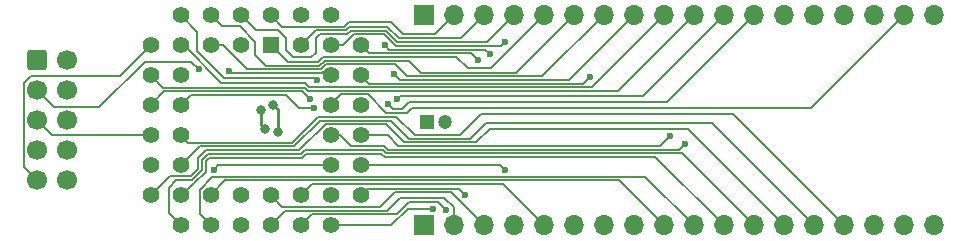
<source format=gtl>
G04 #@! TF.GenerationSoftware,KiCad,Pcbnew,7.0.5-0*
G04 #@! TF.CreationDate,2023-07-03T20:49:05+02:00*
G04 #@! TF.ProjectId,atf1504_plcc44_breakout,61746631-3530-4345-9f70-6c636334345f,A*
G04 #@! TF.SameCoordinates,Original*
G04 #@! TF.FileFunction,Copper,L1,Top*
G04 #@! TF.FilePolarity,Positive*
%FSLAX46Y46*%
G04 Gerber Fmt 4.6, Leading zero omitted, Abs format (unit mm)*
G04 Created by KiCad (PCBNEW 7.0.5-0) date 2023-07-03 20:49:05*
%MOMM*%
%LPD*%
G01*
G04 APERTURE LIST*
G04 Aperture macros list*
%AMRoundRect*
0 Rectangle with rounded corners*
0 $1 Rounding radius*
0 $2 $3 $4 $5 $6 $7 $8 $9 X,Y pos of 4 corners*
0 Add a 4 corners polygon primitive as box body*
4,1,4,$2,$3,$4,$5,$6,$7,$8,$9,$2,$3,0*
0 Add four circle primitives for the rounded corners*
1,1,$1+$1,$2,$3*
1,1,$1+$1,$4,$5*
1,1,$1+$1,$6,$7*
1,1,$1+$1,$8,$9*
0 Add four rect primitives between the rounded corners*
20,1,$1+$1,$2,$3,$4,$5,0*
20,1,$1+$1,$4,$5,$6,$7,0*
20,1,$1+$1,$6,$7,$8,$9,0*
20,1,$1+$1,$8,$9,$2,$3,0*%
G04 Aperture macros list end*
G04 #@! TA.AperFunction,ComponentPad*
%ADD10C,1.200000*%
G04 #@! TD*
G04 #@! TA.AperFunction,ComponentPad*
%ADD11R,1.200000X1.200000*%
G04 #@! TD*
G04 #@! TA.AperFunction,ComponentPad*
%ADD12R,1.422400X1.422400*%
G04 #@! TD*
G04 #@! TA.AperFunction,ComponentPad*
%ADD13C,1.422400*%
G04 #@! TD*
G04 #@! TA.AperFunction,ComponentPad*
%ADD14C,1.700000*%
G04 #@! TD*
G04 #@! TA.AperFunction,ComponentPad*
%ADD15RoundRect,0.250000X-0.600000X-0.600000X0.600000X-0.600000X0.600000X0.600000X-0.600000X0.600000X0*%
G04 #@! TD*
G04 #@! TA.AperFunction,ComponentPad*
%ADD16R,1.700000X1.700000*%
G04 #@! TD*
G04 #@! TA.AperFunction,ComponentPad*
%ADD17O,1.700000X1.700000*%
G04 #@! TD*
G04 #@! TA.AperFunction,ViaPad*
%ADD18C,0.800000*%
G04 #@! TD*
G04 #@! TA.AperFunction,ViaPad*
%ADD19C,0.600000*%
G04 #@! TD*
G04 #@! TA.AperFunction,Conductor*
%ADD20C,0.152400*%
G04 #@! TD*
G04 #@! TA.AperFunction,Conductor*
%ADD21C,0.254000*%
G04 #@! TD*
G04 APERTURE END LIST*
D10*
X131333401Y-62357000D03*
D11*
X129833401Y-62357000D03*
D12*
X116586000Y-55880000D03*
D13*
X114046000Y-53340000D03*
X114046000Y-55880000D03*
X111506000Y-53340000D03*
X111506000Y-55880000D03*
X108966000Y-53340000D03*
X106426000Y-55880000D03*
X108966000Y-55880000D03*
X106426000Y-58420000D03*
X108966000Y-58420000D03*
X106426000Y-60960000D03*
X108966000Y-60960000D03*
X106426000Y-63500000D03*
X108966000Y-63500000D03*
X106426000Y-66040000D03*
X108966000Y-66040000D03*
X106426000Y-68580000D03*
X108966000Y-71120000D03*
X108966000Y-68580000D03*
X111506000Y-71120000D03*
X111506000Y-68580000D03*
X114046000Y-71120000D03*
X114046000Y-68580000D03*
X116586000Y-71120000D03*
X116586000Y-68580000D03*
X119126000Y-71120000D03*
X119126000Y-68580000D03*
X121666000Y-71120000D03*
X124206000Y-68580000D03*
X121666000Y-68580000D03*
X124206000Y-66040000D03*
X121666000Y-66040000D03*
X124206000Y-63500000D03*
X121666000Y-63500000D03*
X124206000Y-60960000D03*
X121666000Y-60960000D03*
X124206000Y-58420000D03*
X121666000Y-58420000D03*
X124206000Y-55880000D03*
X121666000Y-53340000D03*
X121666000Y-55880000D03*
X119126000Y-53340000D03*
X119126000Y-55880000D03*
X116586000Y-53340000D03*
D14*
X99314000Y-67310000D03*
X96774000Y-67310000D03*
X99314000Y-64770000D03*
X96774000Y-64770000D03*
X99314000Y-62230000D03*
X96774000Y-62230000D03*
X99314000Y-59690000D03*
X96774000Y-59690000D03*
X99314000Y-57150000D03*
D15*
X96774000Y-57150000D03*
D16*
X129535000Y-71120000D03*
D17*
X132075000Y-71120000D03*
X134615000Y-71120000D03*
X137155000Y-71120000D03*
X139695000Y-71120000D03*
X142235000Y-71120000D03*
X144775000Y-71120000D03*
X147315000Y-71120000D03*
X149855000Y-71120000D03*
X152395000Y-71120000D03*
X154935000Y-71120000D03*
X157475000Y-71120000D03*
X160015000Y-71120000D03*
X162555000Y-71120000D03*
X165095000Y-71120000D03*
X167635000Y-71120000D03*
X170175000Y-71120000D03*
X172715000Y-71120000D03*
D16*
X129540000Y-53340000D03*
D17*
X132080000Y-53340000D03*
X134620000Y-53340000D03*
X137160000Y-53340000D03*
X139700000Y-53340000D03*
X142240000Y-53340000D03*
X144780000Y-53340000D03*
X147320000Y-53340000D03*
X149860000Y-53340000D03*
X152400000Y-53340000D03*
X154940000Y-53340000D03*
X157480000Y-53340000D03*
X160020000Y-53340000D03*
X162560000Y-53340000D03*
X165100000Y-53340000D03*
X167640000Y-53340000D03*
X170180000Y-53340000D03*
X172720000Y-53340000D03*
D18*
X116088723Y-62958217D03*
X115767783Y-61397217D03*
X116812730Y-60910771D03*
X117221000Y-63246000D03*
D19*
X111760000Y-66421000D03*
X110490000Y-57912000D03*
X113030000Y-58039000D03*
X136398000Y-55626000D03*
X135128000Y-56641990D03*
X126238002Y-55880000D03*
X134112000Y-57150000D03*
X143637000Y-58547000D03*
X151638000Y-64261992D03*
X150368000Y-63563500D03*
X136398000Y-66421000D03*
X133048300Y-68532300D03*
X130302000Y-69716498D03*
X131445000Y-69850000D03*
X120523000Y-58801000D03*
X127000000Y-58293000D03*
X119888000Y-60452000D03*
X127254000Y-60452000D03*
X120269000Y-61214000D03*
X126492000Y-60833000D03*
D20*
X121666000Y-63500000D02*
X122428000Y-63500000D01*
X151180792Y-64719200D02*
X151638000Y-64261992D01*
X126215592Y-64439800D02*
X126494992Y-64719200D01*
X122428000Y-63500000D02*
X123367800Y-64439800D01*
X126494992Y-64719200D02*
X151180792Y-64719200D01*
X123367800Y-64439800D02*
X126215592Y-64439800D01*
X111381203Y-65403503D02*
X119255205Y-65403503D01*
X110084099Y-67588901D02*
X110084805Y-67588901D01*
X151379000Y-65024000D02*
X157475000Y-71120000D01*
X111077799Y-65706907D02*
X111381203Y-65403503D01*
X125963088Y-65049400D02*
X126242488Y-65328800D01*
X108610899Y-67284101D02*
X109958553Y-67284101D01*
X110084805Y-67588901D02*
X111077799Y-66595907D01*
X126368740Y-65024000D02*
X151379000Y-65024000D01*
X109522115Y-68150885D02*
X110084099Y-67588901D01*
X119128951Y-65098703D02*
X119483054Y-64744600D01*
X119255205Y-65403503D02*
X119609308Y-65049400D01*
X126089340Y-64744600D02*
X126368740Y-65024000D01*
X111254951Y-65098703D02*
X119128951Y-65098703D01*
X126242488Y-65328800D02*
X149143800Y-65328800D01*
X110772999Y-65580655D02*
X111254951Y-65098703D01*
X109958553Y-67284101D02*
X110772999Y-66469655D01*
X107950000Y-67945000D02*
X108610899Y-67284101D01*
X108966000Y-71120000D02*
X107950000Y-70104000D01*
X149143800Y-65328800D02*
X154935000Y-71120000D01*
X110772999Y-66469655D02*
X110772999Y-65580655D01*
X119609308Y-65049400D02*
X125963088Y-65049400D01*
X109522115Y-68580000D02*
X109522115Y-68150885D01*
X107950000Y-70104000D02*
X107950000Y-67945000D01*
X111077799Y-66595907D02*
X111077799Y-65706907D01*
X119483054Y-64744600D02*
X126089340Y-64744600D01*
X139700000Y-53340000D02*
X135207300Y-57832700D01*
X132307602Y-56869602D02*
X121026627Y-56869602D01*
X135207300Y-57832700D02*
X133270700Y-57832700D01*
X118033301Y-57327301D02*
X116586000Y-55880000D01*
X133270700Y-57832700D02*
X132307602Y-56869602D01*
X121026627Y-56869602D02*
X120568928Y-57327301D01*
X120568928Y-57327301D02*
X118033301Y-57327301D01*
X124206000Y-55880000D02*
X124891301Y-56565301D01*
X133527301Y-56565301D02*
X134112000Y-57150000D01*
X124891301Y-56565301D02*
X133527301Y-56565301D01*
X126619000Y-56261000D02*
X134747010Y-56261000D01*
X134747010Y-56261000D02*
X135128000Y-56641990D01*
X126238002Y-55880000D02*
X126619000Y-56261000D01*
X136067301Y-55956699D02*
X136398000Y-55626000D01*
X123611588Y-54940200D02*
X126187200Y-54940200D01*
X127203699Y-55956699D02*
X136067301Y-55956699D01*
X126187200Y-54940200D02*
X127203699Y-55956699D01*
X122671788Y-55880000D02*
X123611588Y-54940200D01*
X121666000Y-55880000D02*
X122671788Y-55880000D01*
X121666000Y-60960000D02*
X122580400Y-60045600D01*
X122580400Y-60045600D02*
X124815600Y-60045600D01*
X124815600Y-60045600D02*
X126365000Y-61595000D01*
X128524000Y-61214000D02*
X162306000Y-61214000D01*
X126365000Y-61595000D02*
X128143000Y-61595000D01*
X128143000Y-61595000D02*
X128524000Y-61214000D01*
X162306000Y-61214000D02*
X170180000Y-53340000D01*
D21*
X115767783Y-62637277D02*
X116088723Y-62958217D01*
X115767783Y-61397217D02*
X115767783Y-62637277D01*
X117221000Y-63246000D02*
X117221000Y-61319041D01*
X117221000Y-61319041D02*
X116812730Y-60910771D01*
D20*
X112141000Y-66040000D02*
X111760000Y-66421000D01*
X121666000Y-66040000D02*
X112141000Y-66040000D01*
X98235400Y-61151400D02*
X102043600Y-61151400D01*
X96774000Y-59690000D02*
X98235400Y-61151400D01*
X121124366Y-58062903D02*
X121261097Y-58062903D01*
X113231204Y-58240204D02*
X120947064Y-58240204D01*
X105918000Y-57277000D02*
X109855000Y-57277000D01*
X120947064Y-58240204D02*
X121124366Y-58062903D01*
X109855000Y-57277000D02*
X110490000Y-57912000D01*
X102043600Y-61151400D02*
X105918000Y-57277000D01*
X113030000Y-58039000D02*
X113231204Y-58240204D01*
X96774000Y-62230000D02*
X98044000Y-63500000D01*
X98044000Y-63500000D02*
X106426000Y-63500000D01*
X95695400Y-66231400D02*
X95695400Y-59117600D01*
X96303200Y-58509800D02*
X103796200Y-58509800D01*
X96774000Y-67310000D02*
X95695400Y-66231400D01*
X95695400Y-59117600D02*
X96303200Y-58509800D01*
X103796200Y-58509800D02*
X106426000Y-55880000D01*
X127761046Y-54940699D02*
X126745046Y-53924699D01*
X122809954Y-54305699D02*
X117551699Y-54305699D01*
X123190954Y-53924699D02*
X122809954Y-54305699D01*
X126745046Y-53924699D02*
X123190954Y-53924699D01*
X117551699Y-54305699D02*
X116586000Y-53340000D01*
X132080000Y-53340000D02*
X130479301Y-54940699D01*
X130479301Y-54940699D02*
X127761046Y-54940699D01*
X119126000Y-55880000D02*
X120396000Y-54610000D01*
X123242710Y-54331598D02*
X126467598Y-54331598D01*
X132686001Y-55273999D02*
X134620000Y-53340000D01*
X126467598Y-54331598D02*
X127409999Y-55273999D01*
X122964308Y-54610000D02*
X123242710Y-54331598D01*
X120396000Y-54610000D02*
X122964308Y-54610000D01*
X127409999Y-55273999D02*
X132686001Y-55273999D01*
X124918697Y-59132697D02*
X143051303Y-59132697D01*
X124206000Y-58420000D02*
X124918697Y-59132697D01*
X143051303Y-59132697D02*
X143637000Y-58547000D01*
X149517100Y-64414400D02*
X150368000Y-63563500D01*
X126492000Y-63500000D02*
X127406400Y-64414400D01*
X127406400Y-64414400D02*
X149517100Y-64414400D01*
X124206000Y-63500000D02*
X126492000Y-63500000D01*
X124206000Y-66040000D02*
X136017000Y-66040000D01*
X136017000Y-66040000D02*
X136398000Y-66421000D01*
X124206000Y-68580000D02*
X124764301Y-68021699D01*
X124764301Y-68021699D02*
X132537699Y-68021699D01*
X132537699Y-68021699D02*
X133048300Y-68532300D01*
X128192346Y-69723000D02*
X130295498Y-69723000D01*
X126795346Y-71120000D02*
X128192346Y-69723000D01*
X130295498Y-69723000D02*
X130302000Y-69716498D01*
X121666000Y-71120000D02*
X126795346Y-71120000D01*
X119126000Y-68580000D02*
X120065800Y-67640200D01*
X120065800Y-67640200D02*
X136215200Y-67640200D01*
X136215200Y-67640200D02*
X139695000Y-71120000D01*
X127304800Y-70180200D02*
X128324202Y-69160798D01*
X130755798Y-69160798D02*
X131445000Y-69850000D01*
X120065800Y-70180200D02*
X127304800Y-70180200D01*
X119126000Y-71120000D02*
X120065800Y-70180200D01*
X128324202Y-69160798D02*
X130755798Y-69160798D01*
X132080000Y-68585000D02*
X134615000Y-71120000D01*
X125881402Y-69571598D02*
X127127000Y-68326000D01*
X132080000Y-68580000D02*
X132080000Y-68585000D01*
X116586000Y-68580000D02*
X117577598Y-69571598D01*
X117577598Y-69571598D02*
X125881402Y-69571598D01*
X127127000Y-68326000D02*
X131826000Y-68326000D01*
X131826000Y-68326000D02*
X132080000Y-68580000D01*
X127555700Y-68786300D02*
X131270300Y-68786300D01*
X117830101Y-69875899D02*
X126466101Y-69875899D01*
X126466101Y-69875899D02*
X127555700Y-68786300D01*
X132075000Y-69591000D02*
X132075000Y-71120000D01*
X116586000Y-71120000D02*
X117830101Y-69875899D01*
X131270300Y-68786300D02*
X132075000Y-69591000D01*
X120396000Y-55245000D02*
X120396000Y-56515000D01*
X127255646Y-55578300D02*
X126313245Y-54635899D01*
X118491000Y-56896000D02*
X117856000Y-56261000D01*
X117856000Y-55245000D02*
X117221000Y-54610000D01*
X115316000Y-54610000D02*
X114046000Y-53340000D01*
X117221000Y-54610000D02*
X115316000Y-54610000D01*
X120015000Y-56896000D02*
X118491000Y-56896000D01*
X134921700Y-55578300D02*
X127255646Y-55578300D01*
X120726699Y-54914301D02*
X120396000Y-55245000D01*
X123368755Y-54635899D02*
X123090353Y-54914301D01*
X117856000Y-56261000D02*
X117856000Y-55245000D01*
X120396000Y-56515000D02*
X120015000Y-56896000D01*
X126313245Y-54635899D02*
X123368755Y-54635899D01*
X123090353Y-54914301D02*
X120726699Y-54914301D01*
X137160000Y-53340000D02*
X134921700Y-55578300D01*
X128295899Y-57175899D02*
X129339794Y-58219794D01*
X137360206Y-58219794D02*
X142240000Y-53340000D01*
X120694974Y-57631602D02*
X121150677Y-57175899D01*
X115264701Y-56717701D02*
X116178602Y-57631602D01*
X115264701Y-55574701D02*
X115264701Y-56717701D01*
X129339794Y-58219794D02*
X137360206Y-58219794D01*
X121150677Y-57175899D02*
X128295899Y-57175899D01*
X113969800Y-54279800D02*
X115264701Y-55574701D01*
X116178602Y-57631602D02*
X120694974Y-57631602D01*
X111506000Y-53340000D02*
X112445800Y-54279800D01*
X112445800Y-54279800D02*
X113969800Y-54279800D01*
X112511788Y-55880000D02*
X114567691Y-57935903D01*
X139595905Y-58524095D02*
X144780000Y-53340000D01*
X127076200Y-57480200D02*
X128120095Y-58524095D01*
X114567691Y-57935903D02*
X120821019Y-57935903D01*
X120821019Y-57935903D02*
X121276722Y-57480200D01*
X111506000Y-55880000D02*
X112511788Y-55880000D01*
X128120095Y-58524095D02*
X139595905Y-58524095D01*
X121276722Y-57480200D02*
X127076200Y-57480200D01*
X141831604Y-58828396D02*
X147320000Y-53340000D01*
X127000000Y-58293000D02*
X127535396Y-58828396D01*
X110363000Y-54737000D02*
X110363000Y-56388000D01*
X110363000Y-56388000D02*
X112649000Y-58674000D01*
X108966000Y-53340000D02*
X110363000Y-54737000D01*
X127535396Y-58828396D02*
X141831604Y-58828396D01*
X120396000Y-58674000D02*
X120523000Y-58801000D01*
X112649000Y-58674000D02*
X120396000Y-58674000D01*
X112418879Y-59055000D02*
X119483121Y-59055000D01*
X109243879Y-55880000D02*
X112418879Y-59055000D01*
X119483121Y-59055000D02*
X119865119Y-59436998D01*
X119865119Y-59436998D02*
X143763002Y-59436998D01*
X143763002Y-59436998D02*
X149860000Y-53340000D01*
X106426000Y-58420000D02*
X107492301Y-59486301D01*
X107492301Y-59486301D02*
X119484076Y-59486301D01*
X119484076Y-59486301D02*
X119739074Y-59741299D01*
X119739074Y-59741299D02*
X145998701Y-59741299D01*
X145998701Y-59741299D02*
X152400000Y-53340000D01*
X106426000Y-60960000D02*
X107595398Y-59790602D01*
X154940000Y-53340000D02*
X148132800Y-60147200D01*
X127558800Y-60147200D02*
X127254000Y-60452000D01*
X148132800Y-60147200D02*
X127558800Y-60147200D01*
X107595398Y-59790602D02*
X119226602Y-59790602D01*
X119226602Y-59790602D02*
X119888000Y-60452000D01*
X128270000Y-60706000D02*
X150114000Y-60706000D01*
X118975121Y-61214000D02*
X120269000Y-61214000D01*
X108966000Y-60960000D02*
X109831097Y-60094903D01*
X117856024Y-60094903D02*
X118975121Y-61214000D01*
X126920700Y-61261700D02*
X127714300Y-61261700D01*
X127714300Y-61261700D02*
X128270000Y-60706000D01*
X109831097Y-60094903D02*
X117856024Y-60094903D01*
X126492000Y-60833000D02*
X126920700Y-61261700D01*
X150114000Y-60706000D02*
X157480000Y-53340000D01*
X118420614Y-64135000D02*
X120604515Y-61951099D01*
X155697000Y-61722000D02*
X165095000Y-71120000D01*
X127229099Y-61951099D02*
X128778000Y-63500000D01*
X128778000Y-63500000D02*
X132575549Y-63500000D01*
X109601000Y-64135000D02*
X118420614Y-64135000D01*
X120604515Y-61951099D02*
X127229099Y-61951099D01*
X132575549Y-63500000D02*
X134353549Y-61722000D01*
X134353549Y-61722000D02*
X155697000Y-61722000D01*
X108966000Y-63500000D02*
X109601000Y-64135000D01*
X108966000Y-66040000D02*
X110566200Y-64439800D01*
X110566200Y-64439800D02*
X118546866Y-64439800D01*
X120730767Y-62255899D02*
X126771899Y-62255899D01*
X153919000Y-62484000D02*
X162555000Y-71120000D01*
X128320800Y-63804800D02*
X133502275Y-63804800D01*
X126771899Y-62255899D02*
X128320800Y-63804800D01*
X134823075Y-62484000D02*
X153919000Y-62484000D01*
X133502275Y-63804800D02*
X134823075Y-62484000D01*
X118546866Y-64439800D02*
X120730767Y-62255899D01*
X109832508Y-66979800D02*
X110468698Y-66343610D01*
X110468698Y-66343610D02*
X110468698Y-65454610D01*
X135128000Y-62992000D02*
X151887000Y-62992000D01*
X127863600Y-64109600D02*
X134010400Y-64109600D01*
X111128906Y-64794402D02*
X119002905Y-64794402D01*
X151887000Y-62992000D02*
X160015000Y-71120000D01*
X106426000Y-68580000D02*
X108026200Y-66979800D01*
X121236608Y-62560699D02*
X126314699Y-62560699D01*
X126314699Y-62560699D02*
X127863600Y-64109600D01*
X108026200Y-66979800D02*
X109832508Y-66979800D01*
X119002905Y-64794402D02*
X121236608Y-62560699D01*
X134010400Y-64109600D02*
X135128000Y-62992000D01*
X110468698Y-65454610D02*
X111128906Y-64794402D01*
X148304602Y-67029602D02*
X152395000Y-71120000D01*
X110566200Y-68122800D02*
X111659398Y-67029602D01*
X111506000Y-71120000D02*
X110566200Y-70180200D01*
X111659398Y-67029602D02*
X148304602Y-67029602D01*
X110566200Y-70180200D02*
X110566200Y-68122800D01*
X149855000Y-71120000D02*
X146068903Y-67333903D01*
X112752097Y-67333903D02*
X111506000Y-68580000D01*
X146068903Y-67333903D02*
X112752097Y-67333903D01*
M02*

</source>
